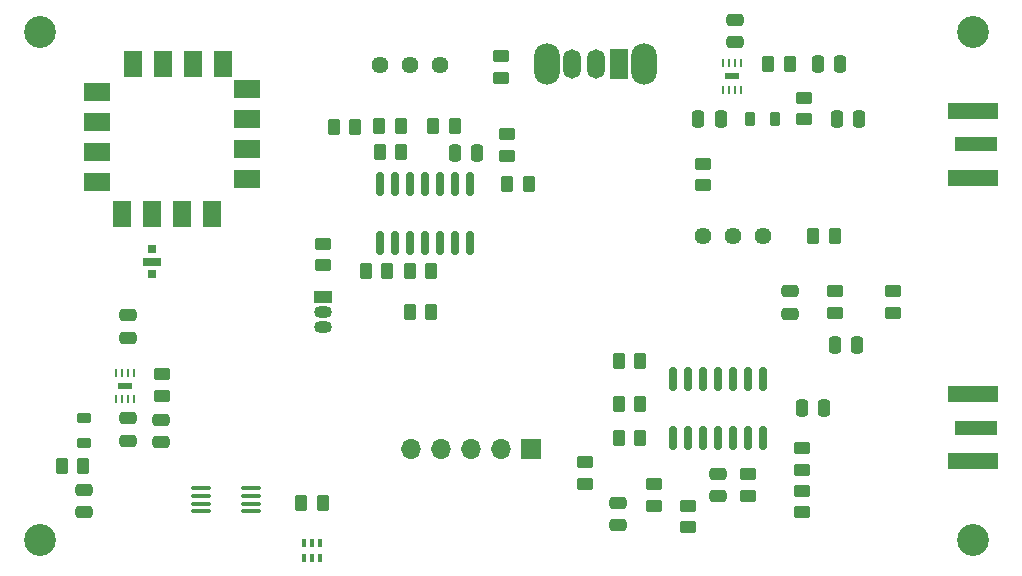
<source format=gbr>
%TF.GenerationSoftware,KiCad,Pcbnew,(6.0.9)*%
%TF.CreationDate,2022-11-20T11:02:21-05:00*%
%TF.ProjectId,RadarProject,52616461-7250-4726-9f6a-6563742e6b69,rev?*%
%TF.SameCoordinates,Original*%
%TF.FileFunction,Soldermask,Top*%
%TF.FilePolarity,Negative*%
%FSLAX46Y46*%
G04 Gerber Fmt 4.6, Leading zero omitted, Abs format (unit mm)*
G04 Created by KiCad (PCBNEW (6.0.9)) date 2022-11-20 11:02:21*
%MOMM*%
%LPD*%
G01*
G04 APERTURE LIST*
G04 Aperture macros list*
%AMRoundRect*
0 Rectangle with rounded corners*
0 $1 Rounding radius*
0 $2 $3 $4 $5 $6 $7 $8 $9 X,Y pos of 4 corners*
0 Add a 4 corners polygon primitive as box body*
4,1,4,$2,$3,$4,$5,$6,$7,$8,$9,$2,$3,0*
0 Add four circle primitives for the rounded corners*
1,1,$1+$1,$2,$3*
1,1,$1+$1,$4,$5*
1,1,$1+$1,$6,$7*
1,1,$1+$1,$8,$9*
0 Add four rect primitives between the rounded corners*
20,1,$1+$1,$2,$3,$4,$5,0*
20,1,$1+$1,$4,$5,$6,$7,0*
20,1,$1+$1,$6,$7,$8,$9,0*
20,1,$1+$1,$8,$9,$2,$3,0*%
G04 Aperture macros list end*
%ADD10R,0.410000X0.665000*%
%ADD11R,0.410000X0.675000*%
%ADD12R,0.250000X0.750000*%
%ADD13R,1.200000X0.600000*%
%ADD14RoundRect,0.250000X-0.250000X-0.475000X0.250000X-0.475000X0.250000X0.475000X-0.250000X0.475000X0*%
%ADD15RoundRect,0.100000X0.712500X0.100000X-0.712500X0.100000X-0.712500X-0.100000X0.712500X-0.100000X0*%
%ADD16RoundRect,0.150000X0.150000X-0.825000X0.150000X0.825000X-0.150000X0.825000X-0.150000X-0.825000X0*%
%ADD17RoundRect,0.250000X-0.262500X-0.450000X0.262500X-0.450000X0.262500X0.450000X-0.262500X0.450000X0*%
%ADD18C,2.700000*%
%ADD19RoundRect,0.250000X-0.450000X0.262500X-0.450000X-0.262500X0.450000X-0.262500X0.450000X0.262500X0*%
%ADD20RoundRect,0.250000X-0.475000X0.250000X-0.475000X-0.250000X0.475000X-0.250000X0.475000X0.250000X0*%
%ADD21RoundRect,0.250000X0.262500X0.450000X-0.262500X0.450000X-0.262500X-0.450000X0.262500X-0.450000X0*%
%ADD22RoundRect,0.250000X0.450000X-0.262500X0.450000X0.262500X-0.450000X0.262500X-0.450000X-0.262500X0*%
%ADD23RoundRect,0.250000X0.250000X0.475000X-0.250000X0.475000X-0.250000X-0.475000X0.250000X-0.475000X0*%
%ADD24C,1.440000*%
%ADD25R,1.500000X1.050000*%
%ADD26O,1.500000X1.050000*%
%ADD27R,3.600000X1.270000*%
%ADD28R,4.200000X1.350000*%
%ADD29R,1.700000X1.700000*%
%ADD30O,1.700000X1.700000*%
%ADD31RoundRect,0.150000X-0.150000X0.825000X-0.150000X-0.825000X0.150000X-0.825000X0.150000X0.825000X0*%
%ADD32RoundRect,0.218750X0.218750X0.381250X-0.218750X0.381250X-0.218750X-0.381250X0.218750X-0.381250X0*%
%ADD33RoundRect,0.218750X0.381250X-0.218750X0.381250X0.218750X-0.381250X0.218750X-0.381250X-0.218750X0*%
%ADD34RoundRect,0.250000X0.475000X-0.250000X0.475000X0.250000X-0.475000X0.250000X-0.475000X-0.250000X0*%
%ADD35R,1.524000X2.286000*%
%ADD36R,2.286000X1.524000*%
%ADD37R,0.762000X0.762000*%
%ADD38R,1.520000X0.635000*%
%ADD39O,2.200000X3.500000*%
%ADD40R,1.500000X2.500000*%
%ADD41O,1.500000X2.500000*%
G04 APERTURE END LIST*
D10*
%TO.C,U2*%
X46682500Y-67548750D03*
X46022500Y-67548750D03*
X45362500Y-67548750D03*
D11*
X45362500Y-66218750D03*
X46022500Y-66218750D03*
X46682500Y-66218750D03*
%TD*%
D12*
%TO.C,U3*%
X30915000Y-51845000D03*
X30415000Y-51845000D03*
X29915000Y-51845000D03*
X29415000Y-51845000D03*
X29415000Y-54095000D03*
X29915000Y-54095000D03*
X30415000Y-54095000D03*
X30915000Y-54095000D03*
D13*
X30165000Y-52970000D03*
%TD*%
D12*
%TO.C,U4*%
X82312500Y-25605000D03*
X81812500Y-25605000D03*
X81312500Y-25605000D03*
X80812500Y-25605000D03*
X80812500Y-27855000D03*
X81312500Y-27855000D03*
X81812500Y-27855000D03*
X82312500Y-27855000D03*
D13*
X81562500Y-26730000D03*
%TD*%
D14*
%TO.C,C11*%
X58082500Y-33197500D03*
X59982500Y-33197500D03*
%TD*%
D15*
%TO.C,U6*%
X40862500Y-63565000D03*
X40862500Y-62915000D03*
X40862500Y-62265000D03*
X40862500Y-61615000D03*
X36637500Y-61615000D03*
X36637500Y-62265000D03*
X36637500Y-62915000D03*
X36637500Y-63565000D03*
%TD*%
D16*
%TO.C,U8*%
X76570000Y-57342500D03*
X77840000Y-57342500D03*
X79110000Y-57342500D03*
X80380000Y-57342500D03*
X81650000Y-57342500D03*
X82920000Y-57342500D03*
X84190000Y-57342500D03*
X84190000Y-52392500D03*
X82920000Y-52392500D03*
X81650000Y-52392500D03*
X80380000Y-52392500D03*
X79110000Y-52392500D03*
X77840000Y-52392500D03*
X76570000Y-52392500D03*
%TD*%
D17*
%TO.C,R10*%
X54280000Y-46687500D03*
X56105000Y-46687500D03*
%TD*%
D18*
%TO.C,H4*%
X102000000Y-23000000D03*
%TD*%
D19*
%TO.C,R31*%
X61970000Y-25027500D03*
X61970000Y-26852500D03*
%TD*%
D20*
%TO.C,C4*%
X81817500Y-21960000D03*
X81817500Y-23860000D03*
%TD*%
D21*
%TO.C,R11*%
X64375000Y-35867500D03*
X62550000Y-35867500D03*
%TD*%
D22*
%TO.C,R26*%
X69140000Y-61242500D03*
X69140000Y-59417500D03*
%TD*%
D20*
%TO.C,C2*%
X30410000Y-46970000D03*
X30410000Y-48870000D03*
%TD*%
D19*
%TO.C,R9*%
X62552500Y-31635000D03*
X62552500Y-33460000D03*
%TD*%
%TO.C,R6*%
X79110000Y-34145000D03*
X79110000Y-35970000D03*
%TD*%
D23*
%TO.C,C9*%
X89360000Y-54827500D03*
X87460000Y-54827500D03*
%TD*%
D18*
%TO.C,H1*%
X23000000Y-23000000D03*
%TD*%
D24*
%TO.C,RV1*%
X56810000Y-25797500D03*
X54270000Y-25797500D03*
X51730000Y-25797500D03*
%TD*%
D19*
%TO.C,R14*%
X90270000Y-44915000D03*
X90270000Y-46740000D03*
%TD*%
D17*
%TO.C,R33*%
X54260000Y-43187500D03*
X56085000Y-43187500D03*
%TD*%
D25*
%TO.C,Q1*%
X46902500Y-45420000D03*
D26*
X46902500Y-46690000D03*
X46902500Y-47960000D03*
%TD*%
D19*
%TO.C,R13*%
X95190000Y-44935000D03*
X95190000Y-46760000D03*
%TD*%
D20*
%TO.C,C14*%
X80380000Y-60387500D03*
X80380000Y-62287500D03*
%TD*%
D27*
%TO.C,J2*%
X102200000Y-56500000D03*
D28*
X102000000Y-59325000D03*
X102000000Y-53675000D03*
%TD*%
D27*
%TO.C,J1*%
X102200000Y-32500000D03*
D28*
X102000000Y-29675000D03*
X102000000Y-35325000D03*
%TD*%
D21*
%TO.C,R2*%
X86440000Y-25730000D03*
X84615000Y-25730000D03*
%TD*%
D17*
%TO.C,R12*%
X88447500Y-40247500D03*
X90272500Y-40247500D03*
%TD*%
D19*
%TO.C,R24*%
X87470000Y-61837500D03*
X87470000Y-63662500D03*
%TD*%
D17*
%TO.C,R4*%
X24827500Y-59760000D03*
X26652500Y-59760000D03*
%TD*%
D29*
%TO.C,J3*%
X64570000Y-58320000D03*
D30*
X62030000Y-58320000D03*
X59490000Y-58320000D03*
X56950000Y-58320000D03*
X54410000Y-58320000D03*
%TD*%
D23*
%TO.C,C6*%
X92357500Y-30370000D03*
X90457500Y-30370000D03*
%TD*%
D22*
%TO.C,R16*%
X46902500Y-42740000D03*
X46902500Y-40915000D03*
%TD*%
D31*
%TO.C,U7*%
X59342500Y-35862500D03*
X58072500Y-35862500D03*
X56802500Y-35862500D03*
X55532500Y-35862500D03*
X54262500Y-35862500D03*
X52992500Y-35862500D03*
X51722500Y-35862500D03*
X51722500Y-40812500D03*
X52992500Y-40812500D03*
X54262500Y-40812500D03*
X55532500Y-40812500D03*
X56802500Y-40812500D03*
X58072500Y-40812500D03*
X59342500Y-40812500D03*
%TD*%
D14*
%TO.C,C12*%
X90270000Y-49507500D03*
X92170000Y-49507500D03*
%TD*%
D21*
%TO.C,R15*%
X53545000Y-33127500D03*
X51720000Y-33127500D03*
%TD*%
D17*
%TO.C,R18*%
X47840000Y-30987500D03*
X49665000Y-30987500D03*
%TD*%
%TO.C,R32*%
X50570000Y-43197500D03*
X52395000Y-43197500D03*
%TD*%
D20*
%TO.C,C7*%
X30420000Y-55680000D03*
X30420000Y-57580000D03*
%TD*%
D22*
%TO.C,R17*%
X77840000Y-64910000D03*
X77840000Y-63085000D03*
%TD*%
%TO.C,R20*%
X74990000Y-63090000D03*
X74990000Y-61265000D03*
%TD*%
D17*
%TO.C,R22*%
X71957500Y-54487500D03*
X73782500Y-54487500D03*
%TD*%
D22*
%TO.C,R7*%
X87460000Y-60070000D03*
X87460000Y-58245000D03*
%TD*%
D32*
%TO.C,L2*%
X85210000Y-30380000D03*
X83085000Y-30380000D03*
%TD*%
D23*
%TO.C,C3*%
X90747500Y-25730000D03*
X88847500Y-25730000D03*
%TD*%
D22*
%TO.C,R1*%
X33270000Y-53792500D03*
X33270000Y-51967500D03*
%TD*%
D18*
%TO.C,H3*%
X23000000Y-66000000D03*
%TD*%
D33*
%TO.C,L1*%
X26660000Y-57802500D03*
X26660000Y-55677500D03*
%TD*%
D24*
%TO.C,RV2*%
X79110000Y-40247500D03*
X81650000Y-40247500D03*
X84190000Y-40247500D03*
%TD*%
D17*
%TO.C,R8*%
X56270000Y-30917500D03*
X58095000Y-30917500D03*
%TD*%
D19*
%TO.C,R25*%
X82920000Y-60425000D03*
X82920000Y-62250000D03*
%TD*%
D34*
%TO.C,C10*%
X86480000Y-46817500D03*
X86480000Y-44917500D03*
%TD*%
D35*
%TO.C,U5*%
X38440000Y-25680000D03*
X35900000Y-25680000D03*
X33360000Y-25680000D03*
X30820000Y-25680000D03*
D36*
X27770000Y-28090000D03*
X27770000Y-30630000D03*
X27770000Y-33170000D03*
X27770000Y-35710000D03*
D35*
X29940000Y-38380000D03*
X32480000Y-38380000D03*
X35020000Y-38380000D03*
X37560000Y-38380000D03*
D36*
X40470000Y-35460000D03*
X40470000Y-32920000D03*
X40470000Y-30380000D03*
X40470000Y-27840000D03*
%TD*%
D17*
%TO.C,R19*%
X51717500Y-30957500D03*
X53542500Y-30957500D03*
%TD*%
%TO.C,R23*%
X71977500Y-50797500D03*
X73802500Y-50797500D03*
%TD*%
D23*
%TO.C,C8*%
X80607500Y-30380000D03*
X78707500Y-30380000D03*
%TD*%
D37*
%TO.C,U1*%
X32480000Y-41370000D03*
D38*
X32480000Y-42420000D03*
D37*
X32480000Y-43480000D03*
%TD*%
D34*
%TO.C,C5*%
X26660000Y-63620000D03*
X26660000Y-61720000D03*
%TD*%
D39*
%TO.C,SW1*%
X65930000Y-25710000D03*
X74130000Y-25710000D03*
D40*
X72030000Y-25710000D03*
D41*
X70030000Y-25710000D03*
X68030000Y-25710000D03*
%TD*%
D34*
%TO.C,C13*%
X71950000Y-64737500D03*
X71950000Y-62837500D03*
%TD*%
%TO.C,C1*%
X33260000Y-57700000D03*
X33260000Y-55800000D03*
%TD*%
D18*
%TO.C,H2*%
X102000000Y-66000000D03*
%TD*%
D19*
%TO.C,R5*%
X87657500Y-28547500D03*
X87657500Y-30372500D03*
%TD*%
D17*
%TO.C,R3*%
X45110000Y-62901250D03*
X46935000Y-62901250D03*
%TD*%
D21*
%TO.C,R21*%
X73792500Y-57337500D03*
X71967500Y-57337500D03*
%TD*%
M02*

</source>
